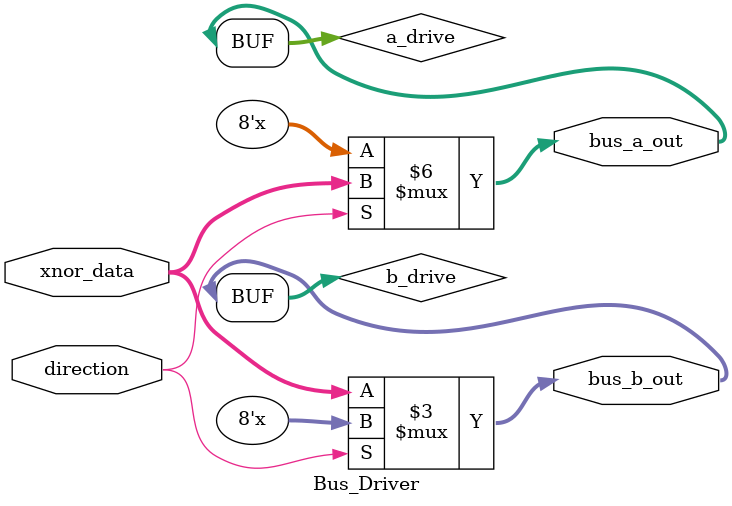
<source format=sv>
`timescale 1ns / 1ps

module BiDir_XNOR(
    inout [7:0] bus_a, bus_b,
    input dir,
    output [7:0] result
);
    // 内部连线声明
    wire [7:0] xnor_result;
    wire [7:0] bus_a_drive, bus_b_drive;
    
    // 实例化XNOR运算子模块
    XNOR_Calculator xnor_calc (
        .in_a(bus_a),
        .in_b(bus_b),
        .result(xnor_result)
    );
    
    // 实例化总线驱动控制子模块
    Bus_Driver bus_driver (
        .xnor_data(xnor_result),
        .direction(dir),
        .bus_a_out(bus_a_drive),
        .bus_b_out(bus_b_drive)
    );
    
    // 输出分配
    assign bus_a = bus_a_drive;
    assign bus_b = bus_b_drive;
    assign result = bus_a;
    
endmodule

// XNOR计算子模块
module XNOR_Calculator(
    input [7:0] in_a, in_b,
    output [7:0] result
);
    // XNOR逻辑运算
    assign result = ~(in_a ^ in_b);
endmodule

// 总线驱动控制子模块
module Bus_Driver(
    input [7:0] xnor_data,
    input direction,
    output [7:0] bus_a_out, bus_b_out
);
    // 方向控制逻辑
    reg [7:0] a_drive, b_drive;
    
    always @(*) begin
        if (direction) begin
            a_drive = xnor_data;
            b_drive = 8'hzz;
        end else begin
            a_drive = 8'hzz;
            b_drive = xnor_data;
        end
    end
    
    // 输出驱动分配
    assign bus_a_out = a_drive;
    assign bus_b_out = b_drive;
endmodule
</source>
